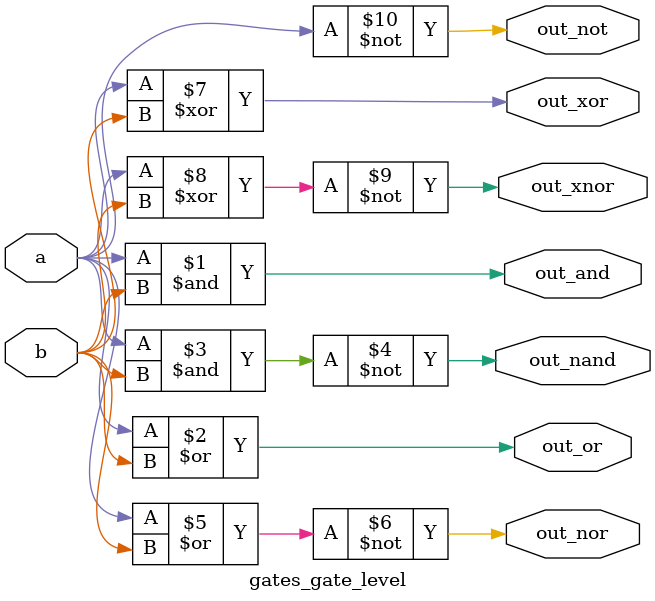
<source format=v>
/****************************************************
Developer    : Devang vekariya
Module       : All basics gate in gate level modeling 
Institute    : NIT KKR
Date created : 01/10/2023
********************************************************/
// All basic gate  module definition using gate level modeling 
module gates_gate_level (a,b,
                       out_and,
                      out_or,
                      out_not,
                      out_nand,
                      out_nor,
                      out_xor,
                      out_xnor);
  // input & output port declarations
  input a,b ;
  output out_and , out_or,out_not,out_nor,out_nand,out_xor,out_xnor ;
  
  
  and a1(out_and,a,b);
  or a2(out_or,a,b);
  not a3(out_not,a);
  nand a4(out_nand,a,b);
  nor a5(out_nor,a,b);
  xor a6(out_xor,a,b);
  xnor a7(out_xnor,a,b);
  
endmodule 

</source>
